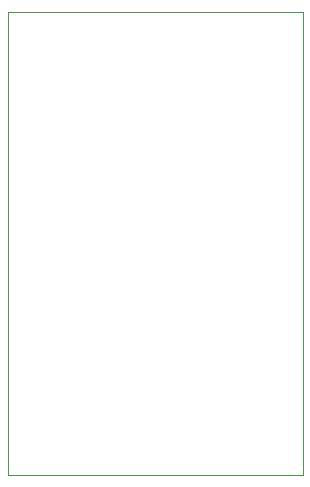
<source format=gbr>
%TF.GenerationSoftware,KiCad,Pcbnew,8.0.9-8.0.9-0~ubuntu24.04.1*%
%TF.CreationDate,2025-05-15T11:11:24+02:00*%
%TF.ProjectId,FastLapLights5V,46617374-4c61-4704-9c69-676874733556,MK6*%
%TF.SameCoordinates,Original*%
%TF.FileFunction,Profile,NP*%
%FSLAX46Y46*%
G04 Gerber Fmt 4.6, Leading zero omitted, Abs format (unit mm)*
G04 Created by KiCad (PCBNEW 8.0.9-8.0.9-0~ubuntu24.04.1) date 2025-05-15 11:11:24*
%MOMM*%
%LPD*%
G01*
G04 APERTURE LIST*
%TA.AperFunction,Profile*%
%ADD10C,0.050000*%
%TD*%
G04 APERTURE END LIST*
D10*
X42500000Y-87200000D02*
X67500000Y-87200000D01*
X67500000Y-126400000D01*
X42500000Y-126400000D01*
X42500000Y-87200000D01*
M02*

</source>
